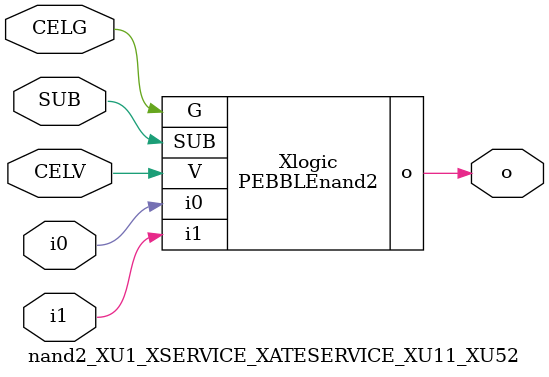
<source format=v>



module PEBBLEnand2 ( o, G, SUB, V, i0, i1 );

  input i0;
  input V;
  input i1;
  input G;
  output o;
  input SUB;
endmodule

//Celera Confidential Do Not Copy nand2_XU1_XSERVICE_XATESERVICE_XU11_XU52
//Celera Confidential Symbol Generator
//5V NAND2
module nand2_XU1_XSERVICE_XATESERVICE_XU11_XU52 (CELV,CELG,i0,i1,o,SUB);
input CELV;
input CELG;
input i0;
input i1;
input SUB;
output o;

//Celera Confidential Do Not Copy nand2
PEBBLEnand2 Xlogic(
.V (CELV),
.i0 (i0),
.i1 (i1),
.o (o),
.SUB (SUB),
.G (CELG)
);
//,diesize,PEBBLEnand2

//Celera Confidential Do Not Copy Module End
//Celera Schematic Generator
endmodule

</source>
